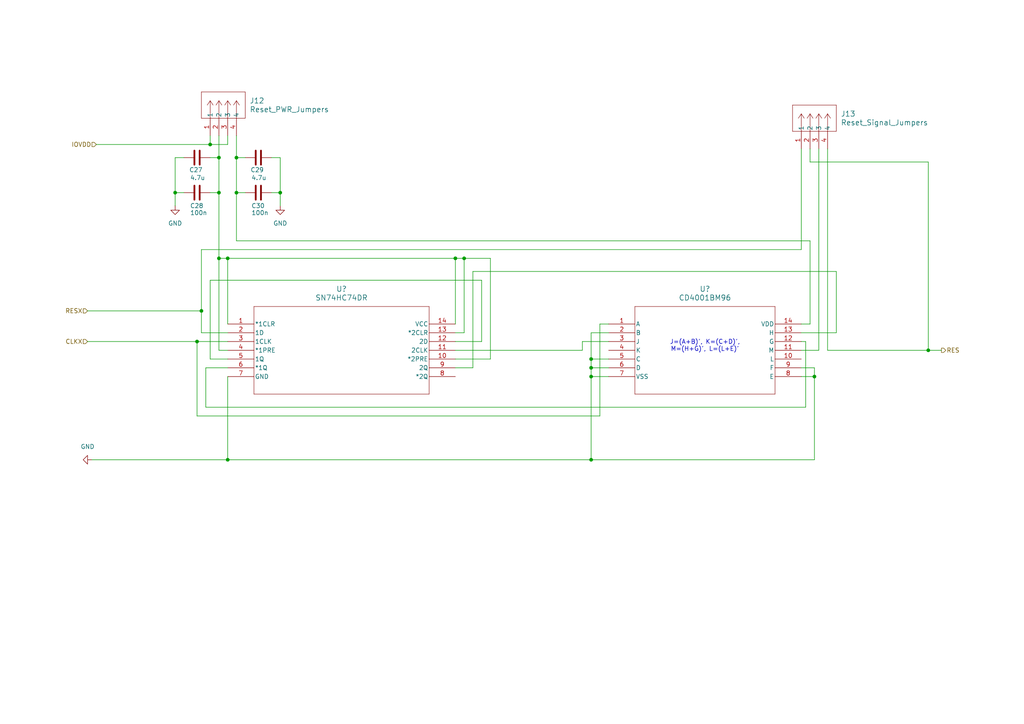
<source format=kicad_sch>
(kicad_sch (version 20231120) (generator "eeschema") (generator_version "8.0")
  (paper "A4")
  (lib_symbols
    (symbol "2x2Header:TSM-102-01-L-DV-P-TR" (pin_names (offset 0.254))
      (property "Reference" "J" (at 8.89 6.35 0))
      (property "Value" "TSM-102-01-L-DV-P-TR" (at 0 0 0))
      (symbol "TSM-102-01-L-DV-P-TR_1_1"
        (polyline (pts (xy 5.08 -10.16) (xy 12.7 -10.16)) (stroke (width 0.127)))
        (polyline (pts (xy 5.08 2.54) (xy 5.08 -10.16)) (stroke (width 0.127)))
        (polyline (pts (xy 10.16 -7.62) (xy 5.08 -7.62)) (stroke (width 0.127)))
        (polyline (pts (xy 10.16 -7.62) (xy 8.89 -8.4667)) (stroke (width 0.127)))
        (polyline (pts (xy 10.16 -7.62) (xy 8.89 -6.7733)) (stroke (width 0.127)))
        (polyline (pts (xy 10.16 -5.08) (xy 5.08 -5.08)) (stroke (width 0.127)))
        (polyline (pts (xy 10.16 -5.08) (xy 8.89 -5.9267)) (stroke (width 0.127)))
        (polyline (pts (xy 10.16 -5.08) (xy 8.89 -4.2333)) (stroke (width 0.127)))
        (polyline (pts (xy 10.16 -2.54) (xy 5.08 -2.54)) (stroke (width 0.127)))
        (polyline (pts (xy 10.16 -2.54) (xy 8.89 -3.3867)) (stroke (width 0.127)))
        (polyline (pts (xy 10.16 -2.54) (xy 8.89 -1.6933)) (stroke (width 0.127)))
        (polyline (pts (xy 10.16 0) (xy 5.08 0)) (stroke (width 0.127)))
        (polyline (pts (xy 10.16 0) (xy 8.89 -0.8467)) (stroke (width 0.127)))
        (polyline (pts (xy 10.16 0) (xy 8.89 0.8467)) (stroke (width 0.127)))
        (polyline (pts (xy 12.7 -10.16) (xy 12.7 2.54)) (stroke (width 0.127)))
        (polyline (pts (xy 12.7 2.54) (xy 5.08 2.54)) (stroke (width 0.127)))
        (pin unspecified line (at 0 0 0) (length 5.08) (name "1") (number "1"))
        (pin unspecified line (at 0 -2.54 0) (length 5.08) (name "2") (number "2"))
        (pin unspecified line (at 0 -5.08 0) (length 5.08) (name "3") (number "3"))
        (pin unspecified line (at 0 -7.62 0) (length 5.08) (name "4") (number "4"))
      )
      (symbol "TSM-102-01-L-DV-P-TR_1_2"
        (polyline (pts (xy 5.08 -10.16) (xy 12.7 -10.16)) (stroke (width 0.127)))
        (polyline (pts (xy 5.08 2.54) (xy 5.08 -10.16)) (stroke (width 0.127)))
        (polyline (pts (xy 7.62 -7.62) (xy 5.08 -7.62)) (stroke (width 0.127)))
        (polyline (pts (xy 7.62 -7.62) (xy 8.89 -8.4667)) (stroke (width 0.127)))
        (polyline (pts (xy 7.62 -7.62) (xy 8.89 -6.7733)) (stroke (width 0.127)))
        (polyline (pts (xy 7.62 -5.08) (xy 5.08 -5.08)) (stroke (width 0.127)))
        (polyline (pts (xy 7.62 -5.08) (xy 8.89 -5.9267)) (stroke (width 0.127)))
        (polyline (pts (xy 7.62 -5.08) (xy 8.89 -4.2333)) (stroke (width 0.127)))
        (polyline (pts (xy 7.62 -2.54) (xy 5.08 -2.54)) (stroke (width 0.127)))
        (polyline (pts (xy 7.62 -2.54) (xy 8.89 -3.3867)) (stroke (width 0.127)))
        (polyline (pts (xy 7.62 -2.54) (xy 8.89 -1.6933)) (stroke (width 0.127)))
        (polyline (pts (xy 7.62 0) (xy 5.08 0)) (stroke (width 0.127)))
        (polyline (pts (xy 7.62 0) (xy 8.89 -0.8467)) (stroke (width 0.127)))
        (polyline (pts (xy 7.62 0) (xy 8.89 0.8467)) (stroke (width 0.127)))
        (polyline (pts (xy 12.7 -10.16) (xy 12.7 2.54)) (stroke (width 0.127)))
        (polyline (pts (xy 12.7 2.54) (xy 5.08 2.54)) (stroke (width 0.127)))
        (pin unspecified line (at 0 0 0) (length 5.08) (name "1") (number "1"))
        (pin unspecified line (at 0 -2.54 0) (length 5.08) (name "2") (number "2"))
        (pin unspecified line (at 0 -5.08 0) (length 5.08) (name "3") (number "3"))
        (pin unspecified line (at 0 -7.62 0) (length 5.08) (name "4") (number "4"))
      )
    )
    (symbol "Device:C" (pin_numbers hide) (pin_names (offset 0.254))
      (property "Reference" "C" (at 0.635 2.54 0))
      (property "Value" "C" (at 0.635 -2.54 0))
      (symbol "C_0_1"
        (polyline (pts (xy -2.032 -0.762) (xy 2.032 -0.762)) (stroke (width 0.508)))
        (polyline (pts (xy -2.032 0.762) (xy 2.032 0.762)) (stroke (width 0.508)))
      )
      (symbol "C_1_1"
        (pin passive line (at 0 3.81 270) (length 2.794) (name "~") (number "1"))
        (pin passive line (at 0 -3.81 90) (length 2.794) (name "~") (number "2"))
      )
    )
    (symbol "flip_flop:SN74HC74DR" (pin_names (offset 0.254))
      (property "Reference" "U" (at 33.02 10.16 0))
      (property "Value" "SN74HC74DR" (at 33.02 7.62 0))
      (symbol "SN74HC74DR_1_1"
        (polyline (pts (xy 7.62 -20.32) (xy 58.42 -20.32)) (stroke (width 0.127)))
        (polyline (pts (xy 7.62 5.08) (xy 7.62 -20.32)) (stroke (width 0.127)))
        (polyline (pts (xy 58.42 -20.32) (xy 58.42 5.08)) (stroke (width 0.127)))
        (polyline (pts (xy 58.42 5.08) (xy 7.62 5.08)) (stroke (width 0.127)))
        (pin input line (at 0 0 0) (length 7.62) (name "*1CLR") (number "1"))
        (pin input line (at 66.04 -10.16 180) (length 7.62) (name "*2PRE") (number "10"))
        (pin input line (at 66.04 -7.62 180) (length 7.62) (name "2CLK") (number "11"))
        (pin input line (at 66.04 -5.08 180) (length 7.62) (name "2D") (number "12"))
        (pin input line (at 66.04 -2.54 180) (length 7.62) (name "*2CLR") (number "13"))
        (pin power_in line (at 66.04 0 180) (length 7.62) (name "VCC") (number "14"))
        (pin input line (at 0 -2.54 0) (length 7.62) (name "1D") (number "2"))
        (pin input line (at 0 -5.08 0) (length 7.62) (name "1CLK") (number "3"))
        (pin input line (at 0 -7.62 0) (length 7.62) (name "*1PRE") (number "4"))
        (pin output line (at 0 -10.16 0) (length 7.62) (name "1Q") (number "5"))
        (pin output line (at 0 -12.7 0) (length 7.62) (name "*1Q") (number "6"))
        (pin power_in line (at 0 -15.24 0) (length 7.62) (name "GND") (number "7"))
        (pin output line (at 66.04 -15.24 180) (length 7.62) (name "*2Q") (number "8"))
        (pin output line (at 66.04 -12.7 180) (length 7.62) (name "2Q") (number "9"))
      )
    )
    (symbol "nor_gate:CD4001BM96" (pin_names (offset 0.254))
      (property "Reference" "U" (at 27.94 10.16 0))
      (property "Value" "CD4001BM96" (at 27.94 7.62 0))
      (symbol "CD4001BM96_1_1"
        (polyline (pts (xy 7.62 -20.32) (xy 48.26 -20.32)) (stroke (width 0.127)))
        (polyline (pts (xy 7.62 5.08) (xy 7.62 -20.32)) (stroke (width 0.127)))
        (polyline (pts (xy 48.26 -20.32) (xy 48.26 5.08)) (stroke (width 0.127)))
        (polyline (pts (xy 48.26 5.08) (xy 7.62 5.08)) (stroke (width 0.127)))
        (pin unspecified line (at 0 0 0) (length 7.62) (name "A") (number "1"))
        (pin unspecified line (at 55.88 -10.16 180) (length 7.62) (name "L") (number "10"))
        (pin unspecified line (at 55.88 -7.62 180) (length 7.62) (name "M") (number "11"))
        (pin unspecified line (at 55.88 -5.08 180) (length 7.62) (name "G") (number "12"))
        (pin unspecified line (at 55.88 -2.54 180) (length 7.62) (name "H") (number "13"))
        (pin power_in line (at 55.88 0 180) (length 7.62) (name "VDD") (number "14"))
        (pin unspecified line (at 0 -2.54 0) (length 7.62) (name "B") (number "2"))
        (pin unspecified line (at 0 -5.08 0) (length 7.62) (name "J") (number "3"))
        (pin unspecified line (at 0 -7.62 0) (length 7.62) (name "K") (number "4"))
        (pin unspecified line (at 0 -10.16 0) (length 7.62) (name "C") (number "5"))
        (pin unspecified line (at 0 -12.7 0) (length 7.62) (name "D") (number "6"))
        (pin power_in line (at 0 -15.24 0) (length 7.62) (name "VSS") (number "7"))
        (pin unspecified line (at 55.88 -15.24 180) (length 7.62) (name "E") (number "8"))
        (pin unspecified line (at 55.88 -12.7 180) (length 7.62) (name "F") (number "9"))
      )
    )
    (symbol "power:GND" (power) (pin_numbers hide) (pin_names (offset 0) hide)
      (property "Value" "GND" (at 0 -3.81 0))
      (symbol "GND_0_1"
        (polyline (pts (xy 0 0) (xy 0 -1.27) (xy 1.27 -1.27) (xy 0 -2.54) (xy -1.27 -1.27) (xy 0 -1.27)))
      )
      (symbol "GND_1_1"
        (pin power_in line (at 0 0 270) (length 0) (name "~") (number "1"))
      )
    )
  )
  (junction (at 63.5 45.72))
  (junction (at 63.5 55.88))
  (junction (at 68.58 45.72))
  (junction (at 66.04 74.93))
  (junction (at 269.24 101.6))
  (junction (at 134.62 74.93))
  (junction (at 236.22 109.22))
  (junction (at 60.96 41.91))
  (junction (at 68.58 55.88))
  (junction (at 58.42 90.17))
  (junction (at 132.08 74.93))
  (junction (at 81.28 55.88))
  (junction (at 50.8 55.88))
  (junction (at 66.04 133.35))
  (junction (at 171.45 109.22))
  (junction (at 171.45 106.68))
  (junction (at 57.15 99.06))
  (junction (at 171.45 104.14))
  (junction (at 63.5 74.93))
  (junction (at 171.45 133.35))
  (wire (pts (xy 57.15 99.06) (xy 57.15 120.65)))
  (wire (pts (xy 132.08 106.68) (xy 137.16 106.68)))
  (wire (pts (xy 171.45 106.68) (xy 171.45 109.22)))
  (wire (pts (xy 60.96 55.88) (xy 63.5 55.88)))
  (wire (pts (xy 66.04 101.6) (xy 63.5 101.6)))
  (wire (pts (xy 63.5 74.93) (xy 66.04 74.93)))
  (wire (pts (xy 57.15 99.06) (xy 66.04 99.06)))
  (wire (pts (xy 63.5 39.37) (xy 63.5 45.72)))
  (wire (pts (xy 171.45 109.22) (xy 176.53 109.22)))
  (wire (pts (xy 66.04 41.91) (xy 60.96 41.91)))
  (wire (pts (xy 81.28 45.72) (xy 81.28 55.88)))
  (wire (pts (xy 78.74 55.88) (xy 81.28 55.88)))
  (wire (pts (xy 63.5 101.6) (xy 63.5 74.93)))
  (wire (pts (xy 232.41 72.39) (xy 58.42 72.39)))
  (wire (pts (xy 66.04 133.35) (xy 66.04 109.22)))
  (wire (pts (xy 60.96 81.28) (xy 60.96 104.14)))
  (wire (pts (xy 26.67 133.35) (xy 66.04 133.35)))
  (wire (pts (xy 269.24 46.99) (xy 269.24 101.6)))
  (wire (pts (xy 171.45 106.68) (xy 176.53 106.68)))
  (wire (pts (xy 142.24 104.14) (xy 142.24 74.93)))
  (wire (pts (xy 132.08 99.06) (xy 139.7 99.06)))
  (wire (pts (xy 25.4 90.17) (xy 58.42 90.17)))
  (wire (pts (xy 132.08 96.52) (xy 134.62 96.52)))
  (wire (pts (xy 132.08 104.14) (xy 142.24 104.14)))
  (wire (pts (xy 60.96 104.14) (xy 66.04 104.14)))
  (wire (pts (xy 173.99 93.98) (xy 176.53 93.98)))
  (wire (pts (xy 139.7 81.28) (xy 60.96 81.28)))
  (wire (pts (xy 59.69 106.68) (xy 59.69 118.11)))
  (wire (pts (xy 27.94 41.91) (xy 60.96 41.91)))
  (wire (pts (xy 232.41 106.68) (xy 236.22 106.68)))
  (wire (pts (xy 171.45 104.14) (xy 176.53 104.14)))
  (wire (pts (xy 132.08 101.6) (xy 168.91 101.6)))
  (wire (pts (xy 68.58 55.88) (xy 71.12 55.88)))
  (wire (pts (xy 68.58 45.72) (xy 68.58 55.88)))
  (wire (pts (xy 232.41 43.18) (xy 232.41 72.39)))
  (wire (pts (xy 240.03 101.6) (xy 240.03 43.18)))
  (wire (pts (xy 233.68 118.11) (xy 233.68 99.06)))
  (wire (pts (xy 232.41 109.22) (xy 236.22 109.22)))
  (wire (pts (xy 232.41 93.98) (xy 234.95 93.98)))
  (wire (pts (xy 60.96 41.91) (xy 60.96 39.37)))
  (wire (pts (xy 137.16 106.68) (xy 137.16 78.74)))
  (wire (pts (xy 171.45 96.52) (xy 171.45 104.14)))
  (wire (pts (xy 236.22 109.22) (xy 236.22 133.35)))
  (wire (pts (xy 269.24 101.6) (xy 273.05 101.6)))
  (wire (pts (xy 57.15 120.65) (xy 173.99 120.65)))
  (wire (pts (xy 66.04 74.93) (xy 66.04 93.98)))
  (wire (pts (xy 234.95 46.99) (xy 269.24 46.99)))
  (wire (pts (xy 269.24 101.6) (xy 240.03 101.6)))
  (wire (pts (xy 50.8 55.88) (xy 53.34 55.88)))
  (wire (pts (xy 134.62 74.93) (xy 142.24 74.93)))
  (wire (pts (xy 137.16 78.74) (xy 242.57 78.74)))
  (wire (pts (xy 66.04 39.37) (xy 66.04 41.91)))
  (wire (pts (xy 171.45 133.35) (xy 236.22 133.35)))
  (wire (pts (xy 68.58 55.88) (xy 68.58 69.85)))
  (wire (pts (xy 132.08 74.93) (xy 134.62 74.93)))
  (wire (pts (xy 234.95 43.18) (xy 234.95 46.99)))
  (wire (pts (xy 134.62 96.52) (xy 134.62 74.93)))
  (wire (pts (xy 234.95 69.85) (xy 234.95 93.98)))
  (wire (pts (xy 60.96 45.72) (xy 63.5 45.72)))
  (wire (pts (xy 25.4 99.06) (xy 57.15 99.06)))
  (wire (pts (xy 63.5 45.72) (xy 63.5 55.88)))
  (wire (pts (xy 242.57 78.74) (xy 242.57 96.52)))
  (wire (pts (xy 232.41 101.6) (xy 237.49 101.6)))
  (wire (pts (xy 59.69 118.11) (xy 233.68 118.11)))
  (wire (pts (xy 68.58 45.72) (xy 71.12 45.72)))
  (wire (pts (xy 66.04 74.93) (xy 132.08 74.93)))
  (wire (pts (xy 58.42 96.52) (xy 66.04 96.52)))
  (wire (pts (xy 236.22 106.68) (xy 236.22 109.22)))
  (wire (pts (xy 237.49 101.6) (xy 237.49 43.18)))
  (wire (pts (xy 58.42 72.39) (xy 58.42 90.17)))
  (wire (pts (xy 53.34 45.72) (xy 50.8 45.72)))
  (wire (pts (xy 50.8 59.69) (xy 50.8 55.88)))
  (wire (pts (xy 139.7 99.06) (xy 139.7 81.28)))
  (wire (pts (xy 68.58 69.85) (xy 234.95 69.85)))
  (wire (pts (xy 171.45 109.22) (xy 171.45 133.35)))
  (wire (pts (xy 176.53 96.52) (xy 171.45 96.52)))
  (wire (pts (xy 171.45 104.14) (xy 171.45 106.68)))
  (wire (pts (xy 58.42 90.17) (xy 58.42 96.52)))
  (wire (pts (xy 78.74 45.72) (xy 81.28 45.72)))
  (wire (pts (xy 66.04 106.68) (xy 59.69 106.68)))
  (wire (pts (xy 68.58 39.37) (xy 68.58 45.72)))
  (wire (pts (xy 233.68 99.06) (xy 232.41 99.06)))
  (wire (pts (xy 63.5 55.88) (xy 63.5 74.93)))
  (wire (pts (xy 132.08 74.93) (xy 132.08 93.98)))
  (wire (pts (xy 176.53 99.06) (xy 168.91 99.06)))
  (wire (pts (xy 50.8 45.72) (xy 50.8 55.88)))
  (wire (pts (xy 168.91 101.6) (xy 168.91 99.06)))
  (wire (pts (xy 66.04 133.35) (xy 171.45 133.35)))
  (wire (pts (xy 81.28 59.69) (xy 81.28 55.88)))
  (wire (pts (xy 173.99 120.65) (xy 173.99 93.98)))
  (wire (pts (xy 242.57 96.52) (xy 232.41 96.52)))
  (text "J=(A+B)', K=(C+D)',\nM=(H+G)', L=(L+E)'" (at 204.47 100.33 0) (effects (font (size 1.27 1.27))))
  (hierarchical_label "RES" (shape output) (at 273.05 101.6 0))
  (hierarchical_label "IOVDD" (shape input) (at 27.94 41.91 180))
  (hierarchical_label "CLKX" (shape input) (at 25.4 99.06 180))
  (hierarchical_label "RESX" (shape input) (at 25.4 90.17 180))
  (symbol (lib_id "power:GND") (at 26.67 133.35 270) (unit 1)
    (property "Reference" "#PWR02" (effects (hide yes)))
    (property "Value" "GND" (at 25.4 129.54 90))
    (property "Description" "Power symbol creates a global label with name \"GND\" , ground" (effects (hide yes)))
  )
  (symbol (lib_id "2x2Header:TSM-102-01-L-DV-P-TR") (at 60.96 39.37 90) (unit 1) (exclude_from_sim yes)
    (property "Reference" "J12" (at 72.39 29.2099 90) (effects (font (size 1.524 1.524)) (justify right)))
    (property "Value" "Reset_PWR_Jumpers" (at 72.39 31.7499 90) (effects (font (size 1.524 1.524)) (justify right)))
    (property "Footprint" "Connector_PinHeader_2.54mm:PinHeader_2x02_P2.54mm_Vertical" (effects (hide yes)))
    (property "Datasheet" "TSM-102-01-L-DV-P-TR" (effects (hide yes)))
  )
  (symbol (lib_id "nor_gate:CD4001BM96") (at 176.53 93.98 0) (unit 1) (exclude_from_sim yes)
    (property "Reference" "U?" (at 204.47 83.82 0) (effects (font (size 1.524 1.524))))
    (property "Value" "CD4001BM96" (at 204.47 86.36 0) (effects (font (size 1.524 1.524))))
    (property "Footprint" "ECE628_lib:nor_gate_D14" (effects (hide yes)))
    (property "Datasheet" "CD4001BM96" (effects (hide yes)))
  )
  (symbol (lib_id "Device:C") (at 74.93 55.88 270) (unit 1)
    (property "Reference" "C30" (at 72.898 59.69 90) (effects (justify left)))
    (property "Value" "100n" (at 72.898 61.722 90) (effects (justify left)))
    (property "Footprint" "Capacitor_SMD:C_0402_1005Metric" (effects (hide yes)))
    (property "Description" "Unpolarized capacitor" (effects (hide yes)))
  )
  (symbol (lib_id "flip_flop:SN74HC74DR") (at 66.04 93.98 0) (unit 1) (exclude_from_sim yes)
    (property "Reference" "U?" (at 99.06 83.82 0) (effects (font (size 1.524 1.524))))
    (property "Value" "SN74HC74DR" (at 99.06 86.36 0) (effects (font (size 1.524 1.524))))
    (property "Footprint" "ECE628_lib:flip_flop_D14" (effects (hide yes)))
    (property "Datasheet" "SN74HC74DR" (effects (hide yes)))
  )
  (symbol (lib_id "power:GND") (at 81.28 59.69 0) (unit 1)
    (property "Reference" "#PWR024" (effects (hide yes)))
    (property "Value" "GND" (at 81.28 64.77 0))
    (property "Description" "Power symbol creates a global label with name \"GND\" , ground" (effects (hide yes)))
  )
  (symbol (lib_id "Device:C") (at 57.15 45.72 270) (unit 1)
    (property "Reference" "C27" (at 54.864 49.276 90) (effects (justify left)))
    (property "Value" "4.7u" (at 55.118 51.562 90) (effects (justify left)))
    (property "Footprint" "Capacitor_SMD:C_0603_1608Metric" (effects (hide yes)))
    (property "Description" "Unpolarized capacitor" (effects (hide yes)))
  )
  (symbol (lib_id "Device:C") (at 57.15 55.88 270) (unit 1)
    (property "Reference" "C28" (at 55.118 59.69 90) (effects (justify left)))
    (property "Value" "100n" (at 55.118 61.722 90) (effects (justify left)))
    (property "Footprint" "Capacitor_SMD:C_0402_1005Metric" (effects (hide yes)))
    (property "Description" "Unpolarized capacitor" (effects (hide yes)))
  )
  (symbol (lib_id "power:GND") (at 50.8 59.69 0) (unit 1)
    (property "Reference" "#PWR023" (effects (hide yes)))
    (property "Value" "GND" (at 50.8 64.77 0))
    (property "Description" "Power symbol creates a global label with name \"GND\" , ground" (effects (hide yes)))
  )
  (symbol (lib_id "Device:C") (at 74.93 45.72 270) (unit 1)
    (property "Reference" "C29" (at 72.644 49.276 90) (effects (justify left)))
    (property "Value" "4.7u" (at 72.898 51.562 90) (effects (justify left)))
    (property "Footprint" "Capacitor_SMD:C_0603_1608Metric" (effects (hide yes)))
    (property "Description" "Unpolarized capacitor" (effects (hide yes)))
  )
  (symbol (lib_id "2x2Header:TSM-102-01-L-DV-P-TR") (at 232.41 43.18 90) (unit 1) (exclude_from_sim yes)
    (property "Reference" "J13" (at 243.84 33.0199 90) (effects (font (size 1.524 1.524)) (justify right)))
    (property "Value" "Reset_Signal_Jumpers" (at 243.84 35.5599 90) (effects (font (size 1.524 1.524)) (justify right)))
    (property "Footprint" "Connector_PinHeader_2.54mm:PinHeader_2x02_P2.54mm_Vertical" (effects (hide yes)))
    (property "Datasheet" "TSM-102-01-L-DV-P-TR" (effects (hide yes)))
  )
)
</source>
